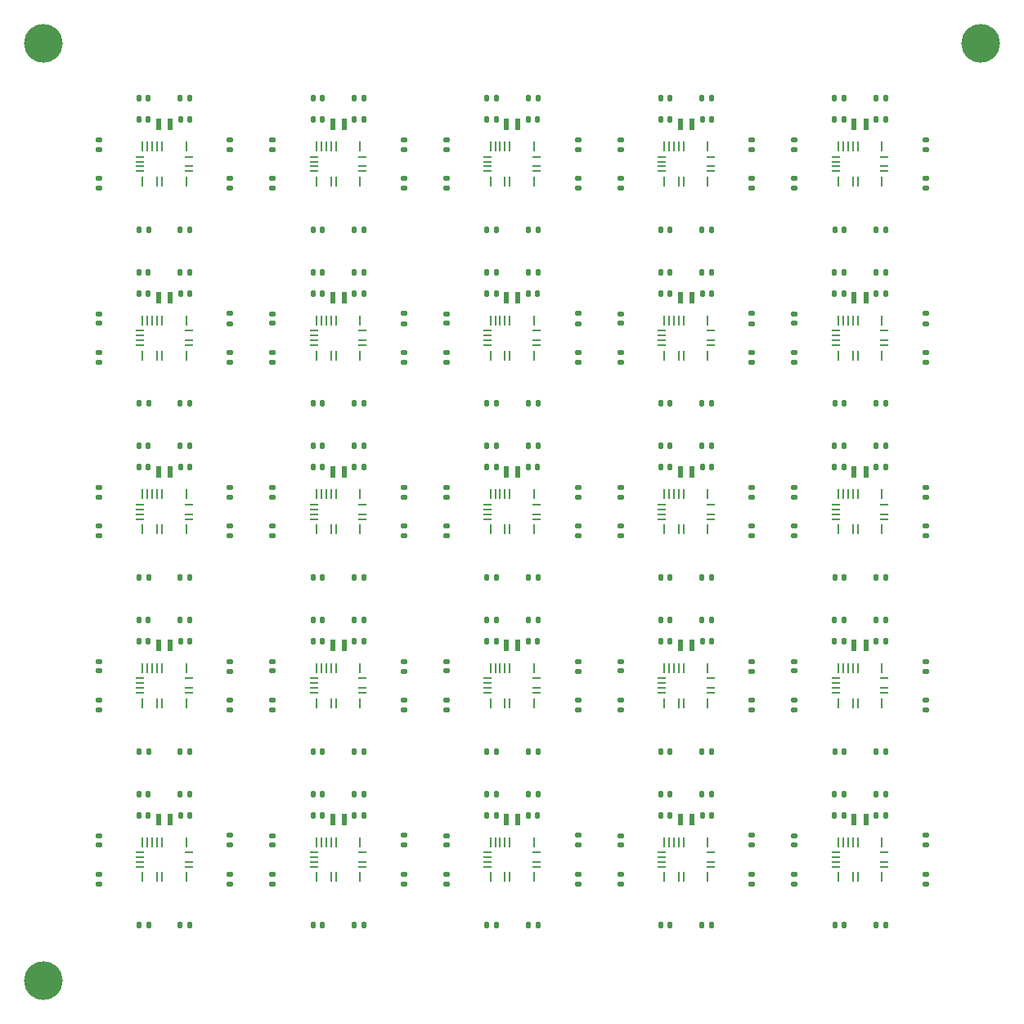
<source format=gbr>
%TF.GenerationSoftware,KiCad,Pcbnew,7.0.7-7.0.7~ubuntu20.04.1*%
%TF.CreationDate,2023-08-22T16:04:55-04:00*%
%TF.ProjectId,bno08x-i2c-board-v6-large-crystal-panel,626e6f30-3878-42d6-9932-632d626f6172,rev?*%
%TF.SameCoordinates,Original*%
%TF.FileFunction,Paste,Top*%
%TF.FilePolarity,Positive*%
%FSLAX46Y46*%
G04 Gerber Fmt 4.6, Leading zero omitted, Abs format (unit mm)*
G04 Created by KiCad (PCBNEW 7.0.7-7.0.7~ubuntu20.04.1) date 2023-08-22 16:04:55*
%MOMM*%
%LPD*%
G01*
G04 APERTURE LIST*
G04 Aperture macros list*
%AMRoundRect*
0 Rectangle with rounded corners*
0 $1 Rounding radius*
0 $2 $3 $4 $5 $6 $7 $8 $9 X,Y pos of 4 corners*
0 Add a 4 corners polygon primitive as box body*
4,1,4,$2,$3,$4,$5,$6,$7,$8,$9,$2,$3,0*
0 Add four circle primitives for the rounded corners*
1,1,$1+$1,$2,$3*
1,1,$1+$1,$4,$5*
1,1,$1+$1,$6,$7*
1,1,$1+$1,$8,$9*
0 Add four rect primitives between the rounded corners*
20,1,$1+$1,$2,$3,$4,$5,0*
20,1,$1+$1,$4,$5,$6,$7,0*
20,1,$1+$1,$6,$7,$8,$9,0*
20,1,$1+$1,$8,$9,$2,$3,0*%
G04 Aperture macros list end*
%ADD10RoundRect,0.135000X-0.185000X0.135000X-0.185000X-0.135000X0.185000X-0.135000X0.185000X0.135000X0*%
%ADD11R,0.254000X0.975000*%
%ADD12R,0.950000X0.254000*%
%ADD13RoundRect,0.135000X0.135000X0.185000X-0.135000X0.185000X-0.135000X-0.185000X0.135000X-0.185000X0*%
%ADD14RoundRect,0.140000X-0.140000X-0.170000X0.140000X-0.170000X0.140000X0.170000X-0.140000X0.170000X0*%
%ADD15RoundRect,0.135000X0.185000X-0.135000X0.185000X0.135000X-0.185000X0.135000X-0.185000X-0.135000X0*%
%ADD16R,0.600000X1.200000*%
%ADD17RoundRect,0.135000X-0.135000X-0.185000X0.135000X-0.185000X0.135000X0.185000X-0.135000X0.185000X0*%
%ADD18RoundRect,0.140000X0.140000X0.170000X-0.140000X0.170000X-0.140000X-0.170000X0.140000X-0.170000X0*%
%ADD19RoundRect,0.140000X0.170000X-0.140000X0.170000X0.140000X-0.170000X0.140000X-0.170000X-0.140000X0*%
%ADD20C,4.000000*%
G04 APERTURE END LIST*
D10*
%TO.C,R2*%
X39797552Y-16489388D03*
X39797552Y-17509388D03*
%TD*%
D11*
%TO.C,U1*%
X30747552Y-67186888D03*
D12*
X30472552Y-68249388D03*
X30472552Y-68749388D03*
X30472552Y-69249388D03*
X30472552Y-69749388D03*
D11*
X30747552Y-70811888D03*
X32247552Y-70811888D03*
X32747552Y-70811888D03*
X35247552Y-70811888D03*
D12*
X35522552Y-69749388D03*
X35522552Y-69249388D03*
X35522552Y-68249388D03*
D11*
X35247552Y-67186888D03*
X32747552Y-67186888D03*
X32247552Y-67186888D03*
X31747552Y-67186888D03*
X31247552Y-67186888D03*
%TD*%
D10*
%TO.C,R2*%
X21797552Y-16489388D03*
X21797552Y-17509388D03*
%TD*%
D13*
%TO.C,R5*%
X53657552Y-44199388D03*
X52637552Y-44199388D03*
%TD*%
D14*
%TO.C,C4*%
X12367552Y-8199388D03*
X13327552Y-8199388D03*
%TD*%
%TO.C,C4*%
X84367552Y-44199388D03*
X85327552Y-44199388D03*
%TD*%
%TO.C,C4*%
X84367552Y-8199388D03*
X85327552Y-8199388D03*
%TD*%
%TO.C,C5*%
X52667552Y-82399388D03*
X53627552Y-82399388D03*
%TD*%
%TO.C,C4*%
X48367552Y-8199388D03*
X49327552Y-8199388D03*
%TD*%
D11*
%TO.C,U1*%
X48747552Y-49186888D03*
D12*
X48472552Y-50249388D03*
X48472552Y-50749388D03*
X48472552Y-51249388D03*
X48472552Y-51749388D03*
D11*
X48747552Y-52811888D03*
X50247552Y-52811888D03*
X50747552Y-52811888D03*
X53247552Y-52811888D03*
D12*
X53522552Y-51749388D03*
X53522552Y-51249388D03*
X53522552Y-50249388D03*
D11*
X53247552Y-49186888D03*
X50747552Y-49186888D03*
X50247552Y-49186888D03*
X49747552Y-49186888D03*
X49247552Y-49186888D03*
%TD*%
D15*
%TO.C,R4*%
X26197552Y-89509388D03*
X26197552Y-88489388D03*
%TD*%
D16*
%TO.C,Y1*%
X86397552Y-64849388D03*
X87597552Y-64849388D03*
%TD*%
D15*
%TO.C,R3*%
X57797552Y-31509388D03*
X57797552Y-30489388D03*
%TD*%
D17*
%TO.C,R1*%
X34637552Y-75799388D03*
X35657552Y-75799388D03*
%TD*%
D14*
%TO.C,C4*%
X48367552Y-80199388D03*
X49327552Y-80199388D03*
%TD*%
D13*
%TO.C,R5*%
X71657552Y-62199388D03*
X70637552Y-62199388D03*
%TD*%
D14*
%TO.C,C4*%
X84367552Y-80199388D03*
X85327552Y-80199388D03*
%TD*%
%TO.C,C5*%
X88667552Y-28399388D03*
X89627552Y-28399388D03*
%TD*%
D15*
%TO.C,R4*%
X26197552Y-35509388D03*
X26197552Y-34489388D03*
%TD*%
D14*
%TO.C,C4*%
X66367552Y-44199388D03*
X67327552Y-44199388D03*
%TD*%
%TO.C,C1*%
X12387552Y-39799388D03*
X13347552Y-39799388D03*
%TD*%
D11*
%TO.C,U1*%
X12747552Y-13186888D03*
D12*
X12472552Y-14249388D03*
X12472552Y-14749388D03*
X12472552Y-15249388D03*
X12472552Y-15749388D03*
D11*
X12747552Y-16811888D03*
X14247552Y-16811888D03*
X14747552Y-16811888D03*
X17247552Y-16811888D03*
D12*
X17522552Y-15749388D03*
X17522552Y-15249388D03*
X17522552Y-14249388D03*
D11*
X17247552Y-13186888D03*
X14747552Y-13186888D03*
X14247552Y-13186888D03*
X13747552Y-13186888D03*
X13247552Y-13186888D03*
%TD*%
D15*
%TO.C,R4*%
X8197552Y-89509388D03*
X8197552Y-88489388D03*
%TD*%
D13*
%TO.C,R5*%
X53657552Y-80199388D03*
X52637552Y-80199388D03*
%TD*%
D16*
%TO.C,Y1*%
X68397552Y-64849388D03*
X69597552Y-64849388D03*
%TD*%
D18*
%TO.C,C3*%
X67327552Y-28399388D03*
X66367552Y-28399388D03*
%TD*%
D17*
%TO.C,R1*%
X16637552Y-75799388D03*
X17657552Y-75799388D03*
%TD*%
D13*
%TO.C,R5*%
X89657552Y-26199388D03*
X88637552Y-26199388D03*
%TD*%
D16*
%TO.C,Y1*%
X32397552Y-64849388D03*
X33597552Y-64849388D03*
%TD*%
%TO.C,Y1*%
X50397552Y-82849388D03*
X51597552Y-82849388D03*
%TD*%
D14*
%TO.C,C4*%
X84367552Y-26199388D03*
X85327552Y-26199388D03*
%TD*%
D13*
%TO.C,R5*%
X71657552Y-44199388D03*
X70637552Y-44199388D03*
%TD*%
%TO.C,R5*%
X35657552Y-44199388D03*
X34637552Y-44199388D03*
%TD*%
D18*
%TO.C,C3*%
X85327552Y-64399388D03*
X84367552Y-64399388D03*
%TD*%
D11*
%TO.C,U1*%
X84747552Y-13186888D03*
D12*
X84472552Y-14249388D03*
X84472552Y-14749388D03*
X84472552Y-15249388D03*
X84472552Y-15749388D03*
D11*
X84747552Y-16811888D03*
X86247552Y-16811888D03*
X86747552Y-16811888D03*
X89247552Y-16811888D03*
D12*
X89522552Y-15749388D03*
X89522552Y-15249388D03*
X89522552Y-14249388D03*
D11*
X89247552Y-13186888D03*
X86747552Y-13186888D03*
X86247552Y-13186888D03*
X85747552Y-13186888D03*
X85247552Y-13186888D03*
%TD*%
%TO.C,U1*%
X30747552Y-31186888D03*
D12*
X30472552Y-32249388D03*
X30472552Y-32749388D03*
X30472552Y-33249388D03*
X30472552Y-33749388D03*
D11*
X30747552Y-34811888D03*
X32247552Y-34811888D03*
X32747552Y-34811888D03*
X35247552Y-34811888D03*
D12*
X35522552Y-33749388D03*
X35522552Y-33249388D03*
X35522552Y-32249388D03*
D11*
X35247552Y-31186888D03*
X32747552Y-31186888D03*
X32247552Y-31186888D03*
X31747552Y-31186888D03*
X31247552Y-31186888D03*
%TD*%
D15*
%TO.C,R4*%
X62197552Y-35509388D03*
X62197552Y-34489388D03*
%TD*%
D10*
%TO.C,R2*%
X93797552Y-88489388D03*
X93797552Y-89509388D03*
%TD*%
D19*
%TO.C,C2*%
X8197552Y-49479388D03*
X8197552Y-48519388D03*
%TD*%
D17*
%TO.C,R1*%
X52637552Y-93799388D03*
X53657552Y-93799388D03*
%TD*%
D19*
%TO.C,C2*%
X62197552Y-85479388D03*
X62197552Y-84519388D03*
%TD*%
D14*
%TO.C,C4*%
X30367552Y-44199388D03*
X31327552Y-44199388D03*
%TD*%
D16*
%TO.C,Y1*%
X32397552Y-10849388D03*
X33597552Y-10849388D03*
%TD*%
D15*
%TO.C,R3*%
X75797552Y-49509388D03*
X75797552Y-48489388D03*
%TD*%
D14*
%TO.C,C1*%
X84387552Y-21799388D03*
X85347552Y-21799388D03*
%TD*%
D15*
%TO.C,R3*%
X57797552Y-13509388D03*
X57797552Y-12489388D03*
%TD*%
D17*
%TO.C,R1*%
X70637552Y-93799388D03*
X71657552Y-93799388D03*
%TD*%
D14*
%TO.C,C5*%
X16667552Y-46399388D03*
X17627552Y-46399388D03*
%TD*%
%TO.C,C4*%
X66367552Y-80199388D03*
X67327552Y-80199388D03*
%TD*%
D10*
%TO.C,R2*%
X39797552Y-52489388D03*
X39797552Y-53509388D03*
%TD*%
D15*
%TO.C,R4*%
X44197552Y-89509388D03*
X44197552Y-88489388D03*
%TD*%
D16*
%TO.C,Y1*%
X86397552Y-10849388D03*
X87597552Y-10849388D03*
%TD*%
D19*
%TO.C,C2*%
X62197552Y-13479388D03*
X62197552Y-12519388D03*
%TD*%
D18*
%TO.C,C3*%
X13327552Y-28399388D03*
X12367552Y-28399388D03*
%TD*%
%TO.C,C3*%
X49327552Y-28399388D03*
X48367552Y-28399388D03*
%TD*%
%TO.C,C3*%
X67327552Y-10399388D03*
X66367552Y-10399388D03*
%TD*%
D11*
%TO.C,U1*%
X84747552Y-67186888D03*
D12*
X84472552Y-68249388D03*
X84472552Y-68749388D03*
X84472552Y-69249388D03*
X84472552Y-69749388D03*
D11*
X84747552Y-70811888D03*
X86247552Y-70811888D03*
X86747552Y-70811888D03*
X89247552Y-70811888D03*
D12*
X89522552Y-69749388D03*
X89522552Y-69249388D03*
X89522552Y-68249388D03*
D11*
X89247552Y-67186888D03*
X86747552Y-67186888D03*
X86247552Y-67186888D03*
X85747552Y-67186888D03*
X85247552Y-67186888D03*
%TD*%
D19*
%TO.C,C2*%
X8197552Y-85479388D03*
X8197552Y-84519388D03*
%TD*%
D16*
%TO.C,Y1*%
X14397552Y-28849388D03*
X15597552Y-28849388D03*
%TD*%
D18*
%TO.C,C3*%
X13327552Y-82399388D03*
X12367552Y-82399388D03*
%TD*%
D15*
%TO.C,R4*%
X62197552Y-71509388D03*
X62197552Y-70489388D03*
%TD*%
D17*
%TO.C,R1*%
X52637552Y-39799388D03*
X53657552Y-39799388D03*
%TD*%
%TO.C,R1*%
X70637552Y-75799388D03*
X71657552Y-75799388D03*
%TD*%
D15*
%TO.C,R3*%
X39797552Y-13509388D03*
X39797552Y-12489388D03*
%TD*%
D14*
%TO.C,C1*%
X84387552Y-57799388D03*
X85347552Y-57799388D03*
%TD*%
D11*
%TO.C,U1*%
X84747552Y-85186888D03*
D12*
X84472552Y-86249388D03*
X84472552Y-86749388D03*
X84472552Y-87249388D03*
X84472552Y-87749388D03*
D11*
X84747552Y-88811888D03*
X86247552Y-88811888D03*
X86747552Y-88811888D03*
X89247552Y-88811888D03*
D12*
X89522552Y-87749388D03*
X89522552Y-87249388D03*
X89522552Y-86249388D03*
D11*
X89247552Y-85186888D03*
X86747552Y-85186888D03*
X86247552Y-85186888D03*
X85747552Y-85186888D03*
X85247552Y-85186888D03*
%TD*%
D16*
%TO.C,Y1*%
X32397552Y-28849388D03*
X33597552Y-28849388D03*
%TD*%
D15*
%TO.C,R3*%
X93797552Y-49509388D03*
X93797552Y-48489388D03*
%TD*%
D18*
%TO.C,C3*%
X31327552Y-10399388D03*
X30367552Y-10399388D03*
%TD*%
D13*
%TO.C,R5*%
X53657552Y-26199388D03*
X52637552Y-26199388D03*
%TD*%
D14*
%TO.C,C1*%
X12387552Y-21799388D03*
X13347552Y-21799388D03*
%TD*%
D15*
%TO.C,R3*%
X93797552Y-31509388D03*
X93797552Y-30489388D03*
%TD*%
%TO.C,R4*%
X80197552Y-71509388D03*
X80197552Y-70489388D03*
%TD*%
D19*
%TO.C,C2*%
X80197552Y-13479388D03*
X80197552Y-12519388D03*
%TD*%
D14*
%TO.C,C5*%
X70667552Y-10399388D03*
X71627552Y-10399388D03*
%TD*%
D11*
%TO.C,U1*%
X48747552Y-13186888D03*
D12*
X48472552Y-14249388D03*
X48472552Y-14749388D03*
X48472552Y-15249388D03*
X48472552Y-15749388D03*
D11*
X48747552Y-16811888D03*
X50247552Y-16811888D03*
X50747552Y-16811888D03*
X53247552Y-16811888D03*
D12*
X53522552Y-15749388D03*
X53522552Y-15249388D03*
X53522552Y-14249388D03*
D11*
X53247552Y-13186888D03*
X50747552Y-13186888D03*
X50247552Y-13186888D03*
X49747552Y-13186888D03*
X49247552Y-13186888D03*
%TD*%
D16*
%TO.C,Y1*%
X14397552Y-46849388D03*
X15597552Y-46849388D03*
%TD*%
D18*
%TO.C,C3*%
X85327552Y-10399388D03*
X84367552Y-10399388D03*
%TD*%
D15*
%TO.C,R4*%
X62197552Y-17509388D03*
X62197552Y-16489388D03*
%TD*%
D17*
%TO.C,R1*%
X34637552Y-93799388D03*
X35657552Y-93799388D03*
%TD*%
D10*
%TO.C,R2*%
X39797552Y-70489388D03*
X39797552Y-71509388D03*
%TD*%
D15*
%TO.C,R4*%
X8197552Y-71509388D03*
X8197552Y-70489388D03*
%TD*%
D14*
%TO.C,C5*%
X52667552Y-64399388D03*
X53627552Y-64399388D03*
%TD*%
D20*
%TO.C,REF\u002A\u002A*%
X99497552Y-2500000D03*
%TD*%
D14*
%TO.C,C4*%
X66367552Y-62199388D03*
X67327552Y-62199388D03*
%TD*%
D16*
%TO.C,Y1*%
X50397552Y-46849388D03*
X51597552Y-46849388D03*
%TD*%
D13*
%TO.C,R5*%
X35657552Y-26199388D03*
X34637552Y-26199388D03*
%TD*%
D15*
%TO.C,R3*%
X39797552Y-31509388D03*
X39797552Y-30489388D03*
%TD*%
D13*
%TO.C,R5*%
X17657552Y-44199388D03*
X16637552Y-44199388D03*
%TD*%
D11*
%TO.C,U1*%
X30747552Y-49186888D03*
D12*
X30472552Y-50249388D03*
X30472552Y-50749388D03*
X30472552Y-51249388D03*
X30472552Y-51749388D03*
D11*
X30747552Y-52811888D03*
X32247552Y-52811888D03*
X32747552Y-52811888D03*
X35247552Y-52811888D03*
D12*
X35522552Y-51749388D03*
X35522552Y-51249388D03*
X35522552Y-50249388D03*
D11*
X35247552Y-49186888D03*
X32747552Y-49186888D03*
X32247552Y-49186888D03*
X31747552Y-49186888D03*
X31247552Y-49186888D03*
%TD*%
D14*
%TO.C,C5*%
X70667552Y-46399388D03*
X71627552Y-46399388D03*
%TD*%
%TO.C,C1*%
X66387552Y-39799388D03*
X67347552Y-39799388D03*
%TD*%
D10*
%TO.C,R2*%
X57797552Y-88489388D03*
X57797552Y-89509388D03*
%TD*%
D14*
%TO.C,C1*%
X12387552Y-57799388D03*
X13347552Y-57799388D03*
%TD*%
D16*
%TO.C,Y1*%
X68397552Y-46849388D03*
X69597552Y-46849388D03*
%TD*%
D14*
%TO.C,C5*%
X88667552Y-10399388D03*
X89627552Y-10399388D03*
%TD*%
D11*
%TO.C,U1*%
X66747552Y-49186888D03*
D12*
X66472552Y-50249388D03*
X66472552Y-50749388D03*
X66472552Y-51249388D03*
X66472552Y-51749388D03*
D11*
X66747552Y-52811888D03*
X68247552Y-52811888D03*
X68747552Y-52811888D03*
X71247552Y-52811888D03*
D12*
X71522552Y-51749388D03*
X71522552Y-51249388D03*
X71522552Y-50249388D03*
D11*
X71247552Y-49186888D03*
X68747552Y-49186888D03*
X68247552Y-49186888D03*
X67747552Y-49186888D03*
X67247552Y-49186888D03*
%TD*%
D14*
%TO.C,C4*%
X12367552Y-44199388D03*
X13327552Y-44199388D03*
%TD*%
%TO.C,C5*%
X34667552Y-64399388D03*
X35627552Y-64399388D03*
%TD*%
D11*
%TO.C,U1*%
X48747552Y-31186888D03*
D12*
X48472552Y-32249388D03*
X48472552Y-32749388D03*
X48472552Y-33249388D03*
X48472552Y-33749388D03*
D11*
X48747552Y-34811888D03*
X50247552Y-34811888D03*
X50747552Y-34811888D03*
X53247552Y-34811888D03*
D12*
X53522552Y-33749388D03*
X53522552Y-33249388D03*
X53522552Y-32249388D03*
D11*
X53247552Y-31186888D03*
X50747552Y-31186888D03*
X50247552Y-31186888D03*
X49747552Y-31186888D03*
X49247552Y-31186888D03*
%TD*%
D17*
%TO.C,R1*%
X16637552Y-93799388D03*
X17657552Y-93799388D03*
%TD*%
D15*
%TO.C,R4*%
X8197552Y-35509388D03*
X8197552Y-34489388D03*
%TD*%
D17*
%TO.C,R1*%
X70637552Y-21799388D03*
X71657552Y-21799388D03*
%TD*%
D19*
%TO.C,C2*%
X26197552Y-67479388D03*
X26197552Y-66519388D03*
%TD*%
D18*
%TO.C,C3*%
X67327552Y-64399388D03*
X66367552Y-64399388D03*
%TD*%
D14*
%TO.C,C1*%
X84387552Y-39799388D03*
X85347552Y-39799388D03*
%TD*%
%TO.C,C4*%
X12367552Y-80199388D03*
X13327552Y-80199388D03*
%TD*%
D13*
%TO.C,R5*%
X17657552Y-26199388D03*
X16637552Y-26199388D03*
%TD*%
D14*
%TO.C,C5*%
X34667552Y-10399388D03*
X35627552Y-10399388D03*
%TD*%
D11*
%TO.C,U1*%
X12747552Y-67186888D03*
D12*
X12472552Y-68249388D03*
X12472552Y-68749388D03*
X12472552Y-69249388D03*
X12472552Y-69749388D03*
D11*
X12747552Y-70811888D03*
X14247552Y-70811888D03*
X14747552Y-70811888D03*
X17247552Y-70811888D03*
D12*
X17522552Y-69749388D03*
X17522552Y-69249388D03*
X17522552Y-68249388D03*
D11*
X17247552Y-67186888D03*
X14747552Y-67186888D03*
X14247552Y-67186888D03*
X13747552Y-67186888D03*
X13247552Y-67186888D03*
%TD*%
D13*
%TO.C,R5*%
X35657552Y-80199388D03*
X34637552Y-80199388D03*
%TD*%
D11*
%TO.C,U1*%
X66747552Y-85186888D03*
D12*
X66472552Y-86249388D03*
X66472552Y-86749388D03*
X66472552Y-87249388D03*
X66472552Y-87749388D03*
D11*
X66747552Y-88811888D03*
X68247552Y-88811888D03*
X68747552Y-88811888D03*
X71247552Y-88811888D03*
D12*
X71522552Y-87749388D03*
X71522552Y-87249388D03*
X71522552Y-86249388D03*
D11*
X71247552Y-85186888D03*
X68747552Y-85186888D03*
X68247552Y-85186888D03*
X67747552Y-85186888D03*
X67247552Y-85186888D03*
%TD*%
%TO.C,U1*%
X66747552Y-67186888D03*
D12*
X66472552Y-68249388D03*
X66472552Y-68749388D03*
X66472552Y-69249388D03*
X66472552Y-69749388D03*
D11*
X66747552Y-70811888D03*
X68247552Y-70811888D03*
X68747552Y-70811888D03*
X71247552Y-70811888D03*
D12*
X71522552Y-69749388D03*
X71522552Y-69249388D03*
X71522552Y-68249388D03*
D11*
X71247552Y-67186888D03*
X68747552Y-67186888D03*
X68247552Y-67186888D03*
X67747552Y-67186888D03*
X67247552Y-67186888D03*
%TD*%
D15*
%TO.C,R3*%
X39797552Y-49509388D03*
X39797552Y-48489388D03*
%TD*%
D16*
%TO.C,Y1*%
X50397552Y-10849388D03*
X51597552Y-10849388D03*
%TD*%
D14*
%TO.C,C1*%
X30387552Y-39799388D03*
X31347552Y-39799388D03*
%TD*%
D11*
%TO.C,U1*%
X84747552Y-31186888D03*
D12*
X84472552Y-32249388D03*
X84472552Y-32749388D03*
X84472552Y-33249388D03*
X84472552Y-33749388D03*
D11*
X84747552Y-34811888D03*
X86247552Y-34811888D03*
X86747552Y-34811888D03*
X89247552Y-34811888D03*
D12*
X89522552Y-33749388D03*
X89522552Y-33249388D03*
X89522552Y-32249388D03*
D11*
X89247552Y-31186888D03*
X86747552Y-31186888D03*
X86247552Y-31186888D03*
X85747552Y-31186888D03*
X85247552Y-31186888D03*
%TD*%
D15*
%TO.C,R3*%
X75797552Y-13509388D03*
X75797552Y-12489388D03*
%TD*%
D18*
%TO.C,C3*%
X13327552Y-46399388D03*
X12367552Y-46399388D03*
%TD*%
D10*
%TO.C,R2*%
X21797552Y-70489388D03*
X21797552Y-71509388D03*
%TD*%
%TO.C,R2*%
X75797552Y-34489388D03*
X75797552Y-35509388D03*
%TD*%
D17*
%TO.C,R1*%
X34637552Y-57799388D03*
X35657552Y-57799388D03*
%TD*%
D19*
%TO.C,C2*%
X8197552Y-31479388D03*
X8197552Y-30519388D03*
%TD*%
D10*
%TO.C,R2*%
X57797552Y-34489388D03*
X57797552Y-35509388D03*
%TD*%
D14*
%TO.C,C5*%
X34667552Y-82399388D03*
X35627552Y-82399388D03*
%TD*%
%TO.C,C1*%
X48387552Y-75799388D03*
X49347552Y-75799388D03*
%TD*%
%TO.C,C4*%
X30367552Y-8199388D03*
X31327552Y-8199388D03*
%TD*%
D15*
%TO.C,R4*%
X44197552Y-17509388D03*
X44197552Y-16489388D03*
%TD*%
D10*
%TO.C,R2*%
X39797552Y-34489388D03*
X39797552Y-35509388D03*
%TD*%
D19*
%TO.C,C2*%
X80197552Y-31479388D03*
X80197552Y-30519388D03*
%TD*%
%TO.C,C2*%
X80197552Y-67479388D03*
X80197552Y-66519388D03*
%TD*%
D14*
%TO.C,C1*%
X48387552Y-93799388D03*
X49347552Y-93799388D03*
%TD*%
D11*
%TO.C,U1*%
X30747552Y-13186888D03*
D12*
X30472552Y-14249388D03*
X30472552Y-14749388D03*
X30472552Y-15249388D03*
X30472552Y-15749388D03*
D11*
X30747552Y-16811888D03*
X32247552Y-16811888D03*
X32747552Y-16811888D03*
X35247552Y-16811888D03*
D12*
X35522552Y-15749388D03*
X35522552Y-15249388D03*
X35522552Y-14249388D03*
D11*
X35247552Y-13186888D03*
X32747552Y-13186888D03*
X32247552Y-13186888D03*
X31747552Y-13186888D03*
X31247552Y-13186888D03*
%TD*%
D13*
%TO.C,R5*%
X71657552Y-26199388D03*
X70637552Y-26199388D03*
%TD*%
D18*
%TO.C,C3*%
X85327552Y-82399388D03*
X84367552Y-82399388D03*
%TD*%
D19*
%TO.C,C2*%
X26197552Y-85479388D03*
X26197552Y-84519388D03*
%TD*%
D17*
%TO.C,R1*%
X52637552Y-57799388D03*
X53657552Y-57799388D03*
%TD*%
D11*
%TO.C,U1*%
X12747552Y-31186888D03*
D12*
X12472552Y-32249388D03*
X12472552Y-32749388D03*
X12472552Y-33249388D03*
X12472552Y-33749388D03*
D11*
X12747552Y-34811888D03*
X14247552Y-34811888D03*
X14747552Y-34811888D03*
X17247552Y-34811888D03*
D12*
X17522552Y-33749388D03*
X17522552Y-33249388D03*
X17522552Y-32249388D03*
D11*
X17247552Y-31186888D03*
X14747552Y-31186888D03*
X14247552Y-31186888D03*
X13747552Y-31186888D03*
X13247552Y-31186888D03*
%TD*%
D13*
%TO.C,R5*%
X35657552Y-62199388D03*
X34637552Y-62199388D03*
%TD*%
%TO.C,R5*%
X71657552Y-8199388D03*
X70637552Y-8199388D03*
%TD*%
D15*
%TO.C,R3*%
X21797552Y-67509388D03*
X21797552Y-66489388D03*
%TD*%
%TO.C,R3*%
X93797552Y-85509388D03*
X93797552Y-84489388D03*
%TD*%
D14*
%TO.C,C5*%
X16667552Y-10399388D03*
X17627552Y-10399388D03*
%TD*%
D18*
%TO.C,C3*%
X13327552Y-10399388D03*
X12367552Y-10399388D03*
%TD*%
D11*
%TO.C,U1*%
X48747552Y-85186888D03*
D12*
X48472552Y-86249388D03*
X48472552Y-86749388D03*
X48472552Y-87249388D03*
X48472552Y-87749388D03*
D11*
X48747552Y-88811888D03*
X50247552Y-88811888D03*
X50747552Y-88811888D03*
X53247552Y-88811888D03*
D12*
X53522552Y-87749388D03*
X53522552Y-87249388D03*
X53522552Y-86249388D03*
D11*
X53247552Y-85186888D03*
X50747552Y-85186888D03*
X50247552Y-85186888D03*
X49747552Y-85186888D03*
X49247552Y-85186888D03*
%TD*%
D14*
%TO.C,C4*%
X66367552Y-26199388D03*
X67327552Y-26199388D03*
%TD*%
D15*
%TO.C,R3*%
X21797552Y-13509388D03*
X21797552Y-12489388D03*
%TD*%
D13*
%TO.C,R5*%
X35657552Y-8199388D03*
X34637552Y-8199388D03*
%TD*%
D15*
%TO.C,R4*%
X80197552Y-35509388D03*
X80197552Y-34489388D03*
%TD*%
D11*
%TO.C,U1*%
X12747552Y-49186888D03*
D12*
X12472552Y-50249388D03*
X12472552Y-50749388D03*
X12472552Y-51249388D03*
X12472552Y-51749388D03*
D11*
X12747552Y-52811888D03*
X14247552Y-52811888D03*
X14747552Y-52811888D03*
X17247552Y-52811888D03*
D12*
X17522552Y-51749388D03*
X17522552Y-51249388D03*
X17522552Y-50249388D03*
D11*
X17247552Y-49186888D03*
X14747552Y-49186888D03*
X14247552Y-49186888D03*
X13747552Y-49186888D03*
X13247552Y-49186888D03*
%TD*%
D16*
%TO.C,Y1*%
X68397552Y-82849388D03*
X69597552Y-82849388D03*
%TD*%
D18*
%TO.C,C3*%
X13327552Y-64399388D03*
X12367552Y-64399388D03*
%TD*%
D14*
%TO.C,C4*%
X48367552Y-26199388D03*
X49327552Y-26199388D03*
%TD*%
D15*
%TO.C,R3*%
X21797552Y-49509388D03*
X21797552Y-48489388D03*
%TD*%
D13*
%TO.C,R5*%
X89657552Y-80199388D03*
X88637552Y-80199388D03*
%TD*%
D14*
%TO.C,C5*%
X34667552Y-28399388D03*
X35627552Y-28399388D03*
%TD*%
D13*
%TO.C,R5*%
X53657552Y-8199388D03*
X52637552Y-8199388D03*
%TD*%
D17*
%TO.C,R1*%
X52637552Y-75799388D03*
X53657552Y-75799388D03*
%TD*%
D15*
%TO.C,R4*%
X80197552Y-89509388D03*
X80197552Y-88489388D03*
%TD*%
D14*
%TO.C,C5*%
X16667552Y-82399388D03*
X17627552Y-82399388D03*
%TD*%
%TO.C,C1*%
X84387552Y-93799388D03*
X85347552Y-93799388D03*
%TD*%
D18*
%TO.C,C3*%
X67327552Y-82399388D03*
X66367552Y-82399388D03*
%TD*%
D17*
%TO.C,R1*%
X88637552Y-39799388D03*
X89657552Y-39799388D03*
%TD*%
D11*
%TO.C,U1*%
X12747552Y-85186888D03*
D12*
X12472552Y-86249388D03*
X12472552Y-86749388D03*
X12472552Y-87249388D03*
X12472552Y-87749388D03*
D11*
X12747552Y-88811888D03*
X14247552Y-88811888D03*
X14747552Y-88811888D03*
X17247552Y-88811888D03*
D12*
X17522552Y-87749388D03*
X17522552Y-87249388D03*
X17522552Y-86249388D03*
D11*
X17247552Y-85186888D03*
X14747552Y-85186888D03*
X14247552Y-85186888D03*
X13747552Y-85186888D03*
X13247552Y-85186888D03*
%TD*%
D18*
%TO.C,C3*%
X31327552Y-28399388D03*
X30367552Y-28399388D03*
%TD*%
D10*
%TO.C,R2*%
X57797552Y-70489388D03*
X57797552Y-71509388D03*
%TD*%
D14*
%TO.C,C5*%
X52667552Y-46399388D03*
X53627552Y-46399388D03*
%TD*%
D10*
%TO.C,R2*%
X93797552Y-34489388D03*
X93797552Y-35509388D03*
%TD*%
%TO.C,R2*%
X21797552Y-88489388D03*
X21797552Y-89509388D03*
%TD*%
D15*
%TO.C,R3*%
X39797552Y-67509388D03*
X39797552Y-66489388D03*
%TD*%
D18*
%TO.C,C3*%
X49327552Y-82399388D03*
X48367552Y-82399388D03*
%TD*%
D14*
%TO.C,C4*%
X30367552Y-26199388D03*
X31327552Y-26199388D03*
%TD*%
%TO.C,C4*%
X48367552Y-44199388D03*
X49327552Y-44199388D03*
%TD*%
D10*
%TO.C,R2*%
X21797552Y-34489388D03*
X21797552Y-35509388D03*
%TD*%
D16*
%TO.C,Y1*%
X68397552Y-28849388D03*
X69597552Y-28849388D03*
%TD*%
%TO.C,Y1*%
X86397552Y-28849388D03*
X87597552Y-28849388D03*
%TD*%
D10*
%TO.C,R2*%
X21797552Y-52489388D03*
X21797552Y-53509388D03*
%TD*%
D16*
%TO.C,Y1*%
X14397552Y-10849388D03*
X15597552Y-10849388D03*
%TD*%
D14*
%TO.C,C1*%
X66387552Y-21799388D03*
X67347552Y-21799388D03*
%TD*%
D15*
%TO.C,R4*%
X8197552Y-17509388D03*
X8197552Y-16489388D03*
%TD*%
D17*
%TO.C,R1*%
X16637552Y-21799388D03*
X17657552Y-21799388D03*
%TD*%
D15*
%TO.C,R3*%
X75797552Y-85509388D03*
X75797552Y-84489388D03*
%TD*%
D18*
%TO.C,C3*%
X67327552Y-46399388D03*
X66367552Y-46399388D03*
%TD*%
D20*
%TO.C,REF\u002A\u002A*%
X2500000Y-2500000D03*
%TD*%
D10*
%TO.C,R2*%
X93797552Y-52489388D03*
X93797552Y-53509388D03*
%TD*%
D13*
%TO.C,R5*%
X17657552Y-62199388D03*
X16637552Y-62199388D03*
%TD*%
D15*
%TO.C,R4*%
X62197552Y-89509388D03*
X62197552Y-88489388D03*
%TD*%
D17*
%TO.C,R1*%
X88637552Y-75799388D03*
X89657552Y-75799388D03*
%TD*%
D19*
%TO.C,C2*%
X80197552Y-49479388D03*
X80197552Y-48519388D03*
%TD*%
D14*
%TO.C,C1*%
X30387552Y-57799388D03*
X31347552Y-57799388D03*
%TD*%
D15*
%TO.C,R3*%
X57797552Y-49509388D03*
X57797552Y-48489388D03*
%TD*%
D14*
%TO.C,C1*%
X84387552Y-75799388D03*
X85347552Y-75799388D03*
%TD*%
D11*
%TO.C,U1*%
X48747552Y-67186888D03*
D12*
X48472552Y-68249388D03*
X48472552Y-68749388D03*
X48472552Y-69249388D03*
X48472552Y-69749388D03*
D11*
X48747552Y-70811888D03*
X50247552Y-70811888D03*
X50747552Y-70811888D03*
X53247552Y-70811888D03*
D12*
X53522552Y-69749388D03*
X53522552Y-69249388D03*
X53522552Y-68249388D03*
D11*
X53247552Y-67186888D03*
X50747552Y-67186888D03*
X50247552Y-67186888D03*
X49747552Y-67186888D03*
X49247552Y-67186888D03*
%TD*%
D16*
%TO.C,Y1*%
X68397552Y-10849388D03*
X69597552Y-10849388D03*
%TD*%
D19*
%TO.C,C2*%
X44197552Y-85479388D03*
X44197552Y-84519388D03*
%TD*%
D14*
%TO.C,C4*%
X30367552Y-62199388D03*
X31327552Y-62199388D03*
%TD*%
D16*
%TO.C,Y1*%
X86397552Y-46849388D03*
X87597552Y-46849388D03*
%TD*%
D17*
%TO.C,R1*%
X34637552Y-39799388D03*
X35657552Y-39799388D03*
%TD*%
D19*
%TO.C,C2*%
X62197552Y-49479388D03*
X62197552Y-48519388D03*
%TD*%
D16*
%TO.C,Y1*%
X32397552Y-82849388D03*
X33597552Y-82849388D03*
%TD*%
D18*
%TO.C,C3*%
X49327552Y-64399388D03*
X48367552Y-64399388D03*
%TD*%
D14*
%TO.C,C1*%
X30387552Y-93799388D03*
X31347552Y-93799388D03*
%TD*%
D19*
%TO.C,C2*%
X8197552Y-13479388D03*
X8197552Y-12519388D03*
%TD*%
D14*
%TO.C,C5*%
X70667552Y-82399388D03*
X71627552Y-82399388D03*
%TD*%
D16*
%TO.C,Y1*%
X50397552Y-28849388D03*
X51597552Y-28849388D03*
%TD*%
D15*
%TO.C,R4*%
X26197552Y-53509388D03*
X26197552Y-52489388D03*
%TD*%
D14*
%TO.C,C5*%
X34667552Y-46399388D03*
X35627552Y-46399388D03*
%TD*%
D19*
%TO.C,C2*%
X44197552Y-31479388D03*
X44197552Y-30519388D03*
%TD*%
D11*
%TO.C,U1*%
X84747552Y-49186888D03*
D12*
X84472552Y-50249388D03*
X84472552Y-50749388D03*
X84472552Y-51249388D03*
X84472552Y-51749388D03*
D11*
X84747552Y-52811888D03*
X86247552Y-52811888D03*
X86747552Y-52811888D03*
X89247552Y-52811888D03*
D12*
X89522552Y-51749388D03*
X89522552Y-51249388D03*
X89522552Y-50249388D03*
D11*
X89247552Y-49186888D03*
X86747552Y-49186888D03*
X86247552Y-49186888D03*
X85747552Y-49186888D03*
X85247552Y-49186888D03*
%TD*%
D20*
%TO.C,REF\u002A\u002A*%
X2500000Y-99498776D03*
%TD*%
D15*
%TO.C,R3*%
X39797552Y-85509388D03*
X39797552Y-84489388D03*
%TD*%
D14*
%TO.C,C1*%
X30387552Y-75799388D03*
X31347552Y-75799388D03*
%TD*%
D15*
%TO.C,R3*%
X21797552Y-31509388D03*
X21797552Y-30489388D03*
%TD*%
D14*
%TO.C,C1*%
X12387552Y-93799388D03*
X13347552Y-93799388D03*
%TD*%
D15*
%TO.C,R4*%
X8197552Y-53509388D03*
X8197552Y-52489388D03*
%TD*%
D13*
%TO.C,R5*%
X53657552Y-62199388D03*
X52637552Y-62199388D03*
%TD*%
D19*
%TO.C,C2*%
X26197552Y-13479388D03*
X26197552Y-12519388D03*
%TD*%
D15*
%TO.C,R4*%
X80197552Y-53509388D03*
X80197552Y-52489388D03*
%TD*%
%TO.C,R3*%
X75797552Y-31509388D03*
X75797552Y-30489388D03*
%TD*%
D13*
%TO.C,R5*%
X71657552Y-80199388D03*
X70637552Y-80199388D03*
%TD*%
D19*
%TO.C,C2*%
X62197552Y-67479388D03*
X62197552Y-66519388D03*
%TD*%
D11*
%TO.C,U1*%
X30747552Y-85186888D03*
D12*
X30472552Y-86249388D03*
X30472552Y-86749388D03*
X30472552Y-87249388D03*
X30472552Y-87749388D03*
D11*
X30747552Y-88811888D03*
X32247552Y-88811888D03*
X32747552Y-88811888D03*
X35247552Y-88811888D03*
D12*
X35522552Y-87749388D03*
X35522552Y-87249388D03*
X35522552Y-86249388D03*
D11*
X35247552Y-85186888D03*
X32747552Y-85186888D03*
X32247552Y-85186888D03*
X31747552Y-85186888D03*
X31247552Y-85186888D03*
%TD*%
D19*
%TO.C,C2*%
X80197552Y-85479388D03*
X80197552Y-84519388D03*
%TD*%
D10*
%TO.C,R2*%
X75797552Y-88489388D03*
X75797552Y-89509388D03*
%TD*%
D11*
%TO.C,U1*%
X66747552Y-31186888D03*
D12*
X66472552Y-32249388D03*
X66472552Y-32749388D03*
X66472552Y-33249388D03*
X66472552Y-33749388D03*
D11*
X66747552Y-34811888D03*
X68247552Y-34811888D03*
X68747552Y-34811888D03*
X71247552Y-34811888D03*
D12*
X71522552Y-33749388D03*
X71522552Y-33249388D03*
X71522552Y-32249388D03*
D11*
X71247552Y-31186888D03*
X68747552Y-31186888D03*
X68247552Y-31186888D03*
X67747552Y-31186888D03*
X67247552Y-31186888D03*
%TD*%
D13*
%TO.C,R5*%
X89657552Y-62199388D03*
X88637552Y-62199388D03*
%TD*%
D15*
%TO.C,R3*%
X57797552Y-85509388D03*
X57797552Y-84489388D03*
%TD*%
%TO.C,R3*%
X21797552Y-85509388D03*
X21797552Y-84489388D03*
%TD*%
%TO.C,R4*%
X80197552Y-17509388D03*
X80197552Y-16489388D03*
%TD*%
D17*
%TO.C,R1*%
X70637552Y-57799388D03*
X71657552Y-57799388D03*
%TD*%
D16*
%TO.C,Y1*%
X14397552Y-64849388D03*
X15597552Y-64849388D03*
%TD*%
D19*
%TO.C,C2*%
X44197552Y-49479388D03*
X44197552Y-48519388D03*
%TD*%
D18*
%TO.C,C3*%
X49327552Y-46399388D03*
X48367552Y-46399388D03*
%TD*%
D10*
%TO.C,R2*%
X75797552Y-70489388D03*
X75797552Y-71509388D03*
%TD*%
D18*
%TO.C,C3*%
X31327552Y-82399388D03*
X30367552Y-82399388D03*
%TD*%
D10*
%TO.C,R2*%
X57797552Y-16489388D03*
X57797552Y-17509388D03*
%TD*%
D16*
%TO.C,Y1*%
X86397552Y-82849388D03*
X87597552Y-82849388D03*
%TD*%
D14*
%TO.C,C1*%
X66387552Y-75799388D03*
X67347552Y-75799388D03*
%TD*%
D17*
%TO.C,R1*%
X16637552Y-57799388D03*
X17657552Y-57799388D03*
%TD*%
D19*
%TO.C,C2*%
X26197552Y-31479388D03*
X26197552Y-30519388D03*
%TD*%
D14*
%TO.C,C5*%
X70667552Y-28399388D03*
X71627552Y-28399388D03*
%TD*%
%TO.C,C1*%
X30387552Y-21799388D03*
X31347552Y-21799388D03*
%TD*%
D10*
%TO.C,R2*%
X75797552Y-16489388D03*
X75797552Y-17509388D03*
%TD*%
D17*
%TO.C,R1*%
X88637552Y-57799388D03*
X89657552Y-57799388D03*
%TD*%
D14*
%TO.C,C5*%
X70667552Y-64399388D03*
X71627552Y-64399388D03*
%TD*%
%TO.C,C1*%
X66387552Y-93799388D03*
X67347552Y-93799388D03*
%TD*%
D17*
%TO.C,R1*%
X70637552Y-39799388D03*
X71657552Y-39799388D03*
%TD*%
D18*
%TO.C,C3*%
X31327552Y-64399388D03*
X30367552Y-64399388D03*
%TD*%
%TO.C,C3*%
X49327552Y-10399388D03*
X48367552Y-10399388D03*
%TD*%
D13*
%TO.C,R5*%
X17657552Y-8199388D03*
X16637552Y-8199388D03*
%TD*%
D17*
%TO.C,R1*%
X16637552Y-39799388D03*
X17657552Y-39799388D03*
%TD*%
%TO.C,R1*%
X34637552Y-21799388D03*
X35657552Y-21799388D03*
%TD*%
D14*
%TO.C,C1*%
X48387552Y-57799388D03*
X49347552Y-57799388D03*
%TD*%
%TO.C,C1*%
X66387552Y-57799388D03*
X67347552Y-57799388D03*
%TD*%
D15*
%TO.C,R4*%
X44197552Y-53509388D03*
X44197552Y-52489388D03*
%TD*%
D10*
%TO.C,R2*%
X39797552Y-88489388D03*
X39797552Y-89509388D03*
%TD*%
D15*
%TO.C,R4*%
X62197552Y-53509388D03*
X62197552Y-52489388D03*
%TD*%
D10*
%TO.C,R2*%
X75797552Y-52489388D03*
X75797552Y-53509388D03*
%TD*%
D14*
%TO.C,C4*%
X12367552Y-62199388D03*
X13327552Y-62199388D03*
%TD*%
D19*
%TO.C,C2*%
X44197552Y-67479388D03*
X44197552Y-66519388D03*
%TD*%
D16*
%TO.C,Y1*%
X32397552Y-46849388D03*
X33597552Y-46849388D03*
%TD*%
D13*
%TO.C,R5*%
X89657552Y-44199388D03*
X88637552Y-44199388D03*
%TD*%
D17*
%TO.C,R1*%
X88637552Y-93799388D03*
X89657552Y-93799388D03*
%TD*%
D14*
%TO.C,C5*%
X52667552Y-28399388D03*
X53627552Y-28399388D03*
%TD*%
D19*
%TO.C,C2*%
X8197552Y-67479388D03*
X8197552Y-66519388D03*
%TD*%
D14*
%TO.C,C4*%
X12367552Y-26199388D03*
X13327552Y-26199388D03*
%TD*%
D15*
%TO.C,R3*%
X93797552Y-67509388D03*
X93797552Y-66489388D03*
%TD*%
D14*
%TO.C,C5*%
X88667552Y-82399388D03*
X89627552Y-82399388D03*
%TD*%
D15*
%TO.C,R4*%
X44197552Y-71509388D03*
X44197552Y-70489388D03*
%TD*%
D14*
%TO.C,C4*%
X66367552Y-8199388D03*
X67327552Y-8199388D03*
%TD*%
%TO.C,C5*%
X52667552Y-10399388D03*
X53627552Y-10399388D03*
%TD*%
D18*
%TO.C,C3*%
X85327552Y-28399388D03*
X84367552Y-28399388D03*
%TD*%
D14*
%TO.C,C5*%
X16667552Y-28399388D03*
X17627552Y-28399388D03*
%TD*%
D13*
%TO.C,R5*%
X17657552Y-80199388D03*
X16637552Y-80199388D03*
%TD*%
D14*
%TO.C,C1*%
X48387552Y-39799388D03*
X49347552Y-39799388D03*
%TD*%
%TO.C,C4*%
X30367552Y-80199388D03*
X31327552Y-80199388D03*
%TD*%
D15*
%TO.C,R4*%
X26197552Y-17509388D03*
X26197552Y-16489388D03*
%TD*%
D14*
%TO.C,C4*%
X84367552Y-62199388D03*
X85327552Y-62199388D03*
%TD*%
%TO.C,C1*%
X48387552Y-21799388D03*
X49347552Y-21799388D03*
%TD*%
D18*
%TO.C,C3*%
X31327552Y-46399388D03*
X30367552Y-46399388D03*
%TD*%
D15*
%TO.C,R3*%
X75797552Y-67509388D03*
X75797552Y-66489388D03*
%TD*%
D14*
%TO.C,C5*%
X88667552Y-46399388D03*
X89627552Y-46399388D03*
%TD*%
D15*
%TO.C,R3*%
X57797552Y-67509388D03*
X57797552Y-66489388D03*
%TD*%
%TO.C,R3*%
X93797552Y-13509388D03*
X93797552Y-12489388D03*
%TD*%
D14*
%TO.C,C5*%
X16667552Y-64399388D03*
X17627552Y-64399388D03*
%TD*%
D19*
%TO.C,C2*%
X26197552Y-49479388D03*
X26197552Y-48519388D03*
%TD*%
D18*
%TO.C,C3*%
X85327552Y-46399388D03*
X84367552Y-46399388D03*
%TD*%
D14*
%TO.C,C5*%
X88667552Y-64399388D03*
X89627552Y-64399388D03*
%TD*%
D17*
%TO.C,R1*%
X88637552Y-21799388D03*
X89657552Y-21799388D03*
%TD*%
%TO.C,R1*%
X52637552Y-21799388D03*
X53657552Y-21799388D03*
%TD*%
D10*
%TO.C,R2*%
X93797552Y-16489388D03*
X93797552Y-17509388D03*
%TD*%
%TO.C,R2*%
X93797552Y-70489388D03*
X93797552Y-71509388D03*
%TD*%
D15*
%TO.C,R4*%
X44197552Y-35509388D03*
X44197552Y-34489388D03*
%TD*%
D13*
%TO.C,R5*%
X89657552Y-8199388D03*
X88637552Y-8199388D03*
%TD*%
D19*
%TO.C,C2*%
X62197552Y-31479388D03*
X62197552Y-30519388D03*
%TD*%
D15*
%TO.C,R4*%
X26197552Y-71509388D03*
X26197552Y-70489388D03*
%TD*%
D14*
%TO.C,C4*%
X48367552Y-62199388D03*
X49327552Y-62199388D03*
%TD*%
D16*
%TO.C,Y1*%
X50397552Y-64849388D03*
X51597552Y-64849388D03*
%TD*%
D11*
%TO.C,U1*%
X66747552Y-13186888D03*
D12*
X66472552Y-14249388D03*
X66472552Y-14749388D03*
X66472552Y-15249388D03*
X66472552Y-15749388D03*
D11*
X66747552Y-16811888D03*
X68247552Y-16811888D03*
X68747552Y-16811888D03*
X71247552Y-16811888D03*
D12*
X71522552Y-15749388D03*
X71522552Y-15249388D03*
X71522552Y-14249388D03*
D11*
X71247552Y-13186888D03*
X68747552Y-13186888D03*
X68247552Y-13186888D03*
X67747552Y-13186888D03*
X67247552Y-13186888D03*
%TD*%
D14*
%TO.C,C1*%
X12387552Y-75799388D03*
X13347552Y-75799388D03*
%TD*%
D16*
%TO.C,Y1*%
X14397552Y-82849388D03*
X15597552Y-82849388D03*
%TD*%
D10*
%TO.C,R2*%
X57797552Y-52489388D03*
X57797552Y-53509388D03*
%TD*%
D19*
%TO.C,C2*%
X44197552Y-13479388D03*
X44197552Y-12519388D03*
%TD*%
M02*

</source>
